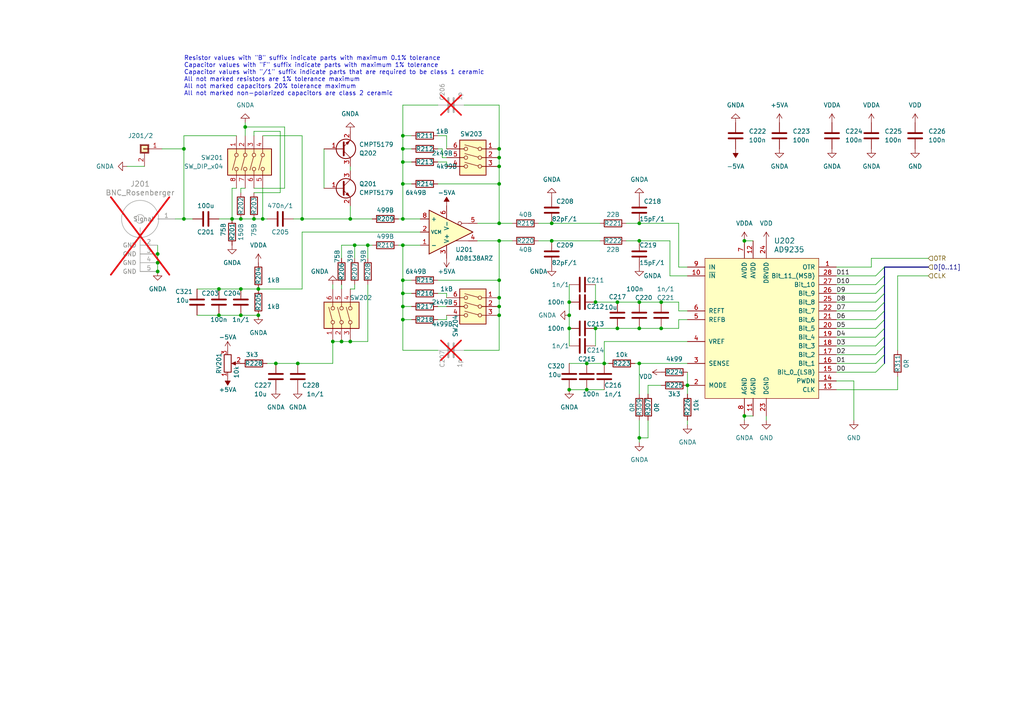
<source format=kicad_sch>
(kicad_sch (version 20231120) (generator "eeschema") (generator_version "8.0")
  (paper "A4")
  (title_block (title "MISRC-PCM") (date "2025-03-03") (rev "2.5") (comment 1 "Analog input + ADC"))
  (lib_symbols
    (symbol "ADC:AD9235" (pin_names (offset 1.016))
      (property "Reference" "U" (at -15.24 -21.59 0))
      (property "Value" "AD9235" (at -12.7 21.59 0))
      (symbol "AD9235_1_1"
        (pin input line (at 21.59 17.78 180) (length 5.08) (name "OTR") (number "1"))
        (pin input line (at -21.59 15.24 0) (length 5.08) (name "~{IN}") (number "10"))
        (pin power_in line (at -2.54 -25.4 90) (length 5.08) (name "AGND") (number "11"))
        (pin power_in line (at -2.54 25.4 270) (length 5.08) (name "AVDD") (number "12"))
        (pin input line (at 21.59 -17.78 180) (length 5.08) (name "CLK") (number "13"))
        (pin input line (at 21.59 -15.24 180) (length 5.08) (name "PWDN") (number "14"))
        (pin output line (at 21.59 -12.7 180) (length 5.08) (name "Bit_0_(LSB)") (number "15"))
        (pin output line (at 21.59 -10.16 180) (length 5.08) (name "Bit_1") (number "16"))
        (pin output line (at 21.59 -7.62 180) (length 5.08) (name "Bit_2") (number "17"))
        (pin output line (at 21.59 -5.08 180) (length 5.08) (name "Bit_3") (number "18"))
        (pin output line (at 21.59 -2.54 180) (length 5.08) (name "Bit_4") (number "19"))
        (pin input line (at -21.59 -16.51 0) (length 5.08) (name "MODE") (number "2"))
        (pin output line (at 21.59 0 180) (length 5.08) (name "Bit_5") (number "20"))
        (pin output line (at 21.59 2.54 180) (length 5.08) (name "Bit_6") (number "21"))
        (pin output line (at 21.59 5.08 180) (length 5.08) (name "Bit_7") (number "22"))
        (pin power_in line (at 1.27 -25.4 90) (length 5.08) (name "DGND") (number "23"))
        (pin power_in line (at 1.27 25.4 270) (length 5.08) (name "DRVDD") (number "24"))
        (pin output line (at 21.59 7.62 180) (length 5.08) (name "Bit_8") (number "25"))
        (pin output line (at 21.59 10.16 180) (length 5.08) (name "Bit_9") (number "26"))
        (pin output line (at 21.59 12.7 180) (length 5.08) (name "Bit_10") (number "27"))
        (pin output line (at 21.59 15.24 180) (length 5.08) (name "Bit_11_(MSB)") (number "28"))
        (pin input line (at -21.59 -10.16 0) (length 5.08) (name "SENSE") (number "3"))
        (pin input line (at -21.59 -3.81 0) (length 5.08) (name "VREF") (number "4"))
        (pin power_out line (at -21.59 2.54 0) (length 5.08) (name "REFB") (number "5"))
        (pin power_out line (at -21.59 5.08 0) (length 5.08) (name "REFT") (number "6"))
        (pin power_in line (at -5.08 25.4 270) (length 5.08) (name "AVDD") (number "7"))
        (pin power_in line (at -5.08 -25.4 90) (length 5.08) (name "AGND") (number "8"))
        (pin input line (at -21.59 17.78 0) (length 5.08) (name "IN") (number "9"))
      )
    )
    (symbol "Amplifier_Differential_AKL:AD8138ARZ"
      (property "Reference" "U" (at 8.89 11.43 0))
      (property "Value" "AD8138ARZ" (at 8.89 8.89 0))
      (symbol "AD8138ARZ_1_1"
        (pin input line (at -7.62 3.81 0) (length 2.54) (name "-") (number "1"))
        (pin input line (at -7.62 0 0) (length 2.54) (name "VCM") (number "2"))
        (pin power_in line (at 0 7.62 270) (length 3.84) (name "V+") (number "3"))
        (pin output line (at 8.89 2.54 180) (length 2.54) (name "~") (number "4"))
        (pin output line (at 8.89 -2.54 180) (length 2.54) (name "~") (number "5"))
        (pin power_in line (at 0 -7.62 90) (length 3.84) (name "V-") (number "6"))
        (pin no_connect line (at 0 0 0) (length 2.54) hide (name "NC") (number "7"))
        (pin input line (at -7.62 -3.81 0) (length 2.54) (name "+") (number "8"))
      )
    )
    (symbol "Connector_Generic_Shielded:Conn_01x01_Shielded" (pin_names (offset 1.016) hide)
      (property "Reference" "J1" (at -2.54 3.81 0))
      (symbol "Conn_01x01_Shielded_1_1"
        (pin passive line (at -5.08 0 0) (length 4.064) (name "Pin_1") (number "1"))
        (pin passive line (at 0 -5.08 90) (length 3.81) (name "Shield") (number "2"))
      )
    )
    (symbol "Device:C" (pin_numbers hide) (pin_names (offset 0.254))
      (property "Reference" "C" (at 0.635 2.54 0))
      (property "Value" "C" (at 0.635 -2.54 0))
      (symbol "C_1_1"
        (pin passive line (at 0 3.81 270) (length 2.794) (name "~") (number "1"))
        (pin passive line (at 0 -3.81 90) (length 2.794) (name "~") (number "2"))
      )
    )
    (symbol "Device:Q_NPN_BEC" (pin_names (offset 0) hide)
      (property "Reference" "Q" (at 5.08 1.27 0))
      (property "Value" "Q_NPN_BEC" (at 5.08 -1.27 0))
      (symbol "Q_NPN_BEC_1_1"
        (pin input line (at -5.08 0 0) (length 5.715) (name "B") (number "1"))
        (pin passive line (at 2.54 -5.08 90) (length 2.54) (name "E") (number "2"))
        (pin passive line (at 2.54 5.08 270) (length 2.54) (name "C") (number "3"))
      )
    )
    (symbol "Device:R" (pin_numbers hide) (pin_names (offset 0))
      (property "Reference" "R" (at 2.032 0 90))
      (property "Value" "R" (at 0 0 90))
      (symbol "R_1_1"
        (pin passive line (at 0 3.81 270) (length 1.27) (name "~") (number "1"))
        (pin passive line (at 0 -3.81 90) (length 1.27) (name "~") (number "2"))
      )
    )
    (symbol "Device:R_Potentiometer" (pin_names (offset 1.016) hide)
      (property "Reference" "RV" (at -4.445 0 90))
      (property "Value" "R_Potentiometer" (at -2.54 0 90))
      (symbol "R_Potentiometer_1_1"
        (pin passive line (at 0 3.81 270) (length 1.27) (name "1") (number "1"))
        (pin passive line (at 3.81 0 180) (length 1.27) (name "2") (number "2"))
        (pin passive line (at 0 -3.81 90) (length 1.27) (name "3") (number "3"))
      )
    )
    (symbol "Switch:SW_DIP_x03" (pin_names (offset 0) hide)
      (property "Reference" "SW" (at 0 8.89 0))
      (property "Value" "SW_DIP_x03" (at 0 -3.81 0))
      (symbol "SW_DIP_x03_1_1"
        (pin passive line (at -7.62 5.08 0) (length 5.08) (name "~") (number "1"))
        (pin passive line (at -7.62 2.54 0) (length 5.08) (name "~") (number "2"))
        (pin passive line (at -7.62 0 0) (length 5.08) (name "~") (number "3"))
        (pin passive line (at 7.62 0 180) (length 5.08) (name "~") (number "4"))
        (pin passive line (at 7.62 2.54 180) (length 5.08) (name "~") (number "5"))
        (pin passive line (at 7.62 5.08 180) (length 5.08) (name "~") (number "6"))
      )
    )
    (symbol "Switch:SW_DIP_x04" (pin_names (offset 0) hide)
      (property "Reference" "SW" (at 0 8.89 0))
      (property "Value" "SW_DIP_x04" (at 0 -6.35 0))
      (symbol "SW_DIP_x04_1_1"
        (pin passive line (at -7.62 5.08 0) (length 5.08) (name "~") (number "1"))
        (pin passive line (at -7.62 2.54 0) (length 5.08) (name "~") (number "2"))
        (pin passive line (at -7.62 0 0) (length 5.08) (name "~") (number "3"))
        (pin passive line (at -7.62 -2.54 0) (length 5.08) (name "~") (number "4"))
        (pin passive line (at 7.62 -2.54 180) (length 5.08) (name "~") (number "5"))
        (pin passive line (at 7.62 0 180) (length 5.08) (name "~") (number "6"))
        (pin passive line (at 7.62 2.54 180) (length 5.08) (name "~") (number "7"))
        (pin passive line (at 7.62 5.08 180) (length 5.08) (name "~") (number "8"))
      )
    )
    (symbol "bnc_rosenberger:BNC_Rosenberger" (pin_names (offset 1.016))
      (property "Reference" "J" (at -3.81 6.35 0))
      (property "Value" "BNC_Rosenberger" (at -7.62 -5.08 90))
      (symbol "BNC_Rosenberger_1_1"
        (pin bidirectional line (at 10.16 0 180) (length 5.08) (name "Signal") (number "1"))
        (pin power_in line (at 5.08 -7.62 180) (length 5.08) (name "GND") (number "2"))
        (pin power_in line (at 5.08 -10.16 180) (length 5.08) (name "GND") (number "3"))
        (pin power_in line (at 5.08 -12.7 180) (length 5.08) (name "GND") (number "4"))
        (pin power_in line (at 5.08 -15.24 180) (length 5.08) (name "GND") (number "5"))
      )
    )
    (symbol "power:+5VA" (power) (pin_names (offset 0))
      (property "Value" "+5VA" (at 0 3.556 0))
      (symbol "+5VA_1_1"
        (pin power_in line (at 0 0 90) (length 0) hide (name "+5VA") (number "1"))
      )
    )
    (symbol "power:-5VA" (power) (pin_names (offset 0))
      (property "Value" "-5VA" (at 0 3.81 0))
      (symbol "-5VA_0_0"
        (pin power_in line (at 0 0 90) (length 0) hide (name "-5VA") (number "1"))
      )
    )
    (symbol "power:GND" (power) (pin_names (offset 0))
      (property "Value" "GND" (at 0 -3.81 0))
      (symbol "GND_1_1"
        (pin power_in line (at 0 0 270) (length 0) hide (name "GND") (number "1"))
      )
    )
    (symbol "power:GNDA" (power) (pin_names (offset 0))
      (property "Value" "GNDA" (at 0 -3.81 0))
      (symbol "GNDA_1_1"
        (pin power_in line (at 0 0 270) (length 0) hide (name "GNDA") (number "1"))
      )
    )
    (symbol "power:VDD" (power) (pin_names (offset 0))
      (property "Value" "VDD" (at 0 3.81 0))
      (symbol "VDD_1_1"
        (pin power_in line (at 0 0 90) (length 0) hide (name "VDD") (number "1"))
      )
    )
    (symbol "power:VDDA" (power) (pin_names (offset 0))
      (property "Value" "VDDA" (at 0 3.81 0))
      (symbol "VDDA_1_1"
        (pin power_in line (at 0 0 90) (length 0) hide (name "VDDA") (number "1"))
      )
    )
  )
  (junction (at 45.72 76.2))
  (junction (at 116.84 53.34))
  (junction (at 144.78 64.77))
  (junction (at 165.1 91.44))
  (junction (at 165.1 95.25))
  (junction (at 86.36 105.41))
  (junction (at 165.1 87.63))
  (junction (at 101.6 63.5))
  (junction (at 165.1 113.03))
  (junction (at 179.07 87.63))
  (junction (at 172.72 95.25))
  (junction (at 67.31 63.5))
  (junction (at 116.84 43.18))
  (junction (at 191.77 87.63))
  (junction (at 73.66 63.5))
  (junction (at 102.87 71.12))
  (junction (at 215.9 120.65))
  (junction (at 160.02 69.85))
  (junction (at 69.85 91.44))
  (junction (at 170.18 113.03))
  (junction (at 116.84 81.28))
  (junction (at 144.78 53.34))
  (junction (at 172.72 87.63))
  (junction (at 116.84 92.71))
  (junction (at 185.42 87.63))
  (junction (at 69.85 63.5))
  (junction (at 175.26 105.41))
  (junction (at 116.84 63.5))
  (junction (at 144.78 81.28))
  (junction (at 191.77 95.25))
  (junction (at 160.02 64.77))
  (junction (at 185.42 64.77))
  (junction (at 144.78 45.72))
  (junction (at 215.9 69.85))
  (junction (at 53.34 63.5))
  (junction (at 74.93 91.44))
  (junction (at 53.34 43.18))
  (junction (at 185.42 127))
  (junction (at 179.07 95.25))
  (junction (at 74.93 83.82))
  (junction (at 144.78 48.26))
  (junction (at 101.6 99.06))
  (junction (at 116.84 85.09))
  (junction (at 76.2 63.5))
  (junction (at 63.5 83.82))
  (junction (at 80.01 105.41))
  (junction (at 45.72 73.66))
  (junction (at 116.84 46.99))
  (junction (at 96.52 99.06))
  (junction (at 87.63 63.5))
  (junction (at 63.5 91.44))
  (junction (at 170.18 105.41))
  (junction (at 45.72 78.74))
  (junction (at 185.42 69.85))
  (junction (at 144.78 86.36))
  (junction (at 144.78 88.9))
  (junction (at 116.84 39.37))
  (junction (at 71.12 36.83))
  (junction (at 144.78 91.44))
  (junction (at 144.78 43.18))
  (junction (at 69.85 83.82))
  (junction (at 116.84 71.12))
  (junction (at 185.42 95.25))
  (junction (at 144.78 69.85))
  (junction (at 185.42 105.41))
  (junction (at 116.84 88.9))
  (junction (at 106.68 71.12))
  (junction (at 99.06 99.06))
  (junction (at 199.39 111.76))
  (bus_entry (at 256.54 85.09) (size -2.54 2.54))
  (bus_entry (at 256.54 102.87) (size -2.54 2.54))
  (bus_entry (at 256.54 80.01) (size -2.54 2.54))
  (bus_entry (at 256.54 90.17) (size -2.54 2.54))
  (bus_entry (at 256.54 105.41) (size -2.54 2.54))
  (bus_entry (at 256.54 97.79) (size -2.54 2.54))
  (bus_entry (at 256.54 87.63) (size -2.54 2.54))
  (bus_entry (at 256.54 77.47) (size -2.54 2.54))
  (bus_entry (at 256.54 100.33) (size -2.54 2.54))
  (bus_entry (at 256.54 95.25) (size -2.54 2.54))
  (bus_entry (at 256.54 92.71) (size -2.54 2.54))
  (bus_entry (at 256.54 82.55) (size -2.54 2.54))
  (wire (pts (xy 144.78 48.26) (xy 144.78 53.34)))
  (wire (pts (xy 160.02 64.77) (xy 173.99 64.77)))
  (wire (pts (xy 242.57 80.01) (xy 254 80.01)))
  (wire (pts (xy 101.6 63.5) (xy 107.95 63.5)))
  (wire (pts (xy 222.25 121.92) (xy 222.25 120.65)))
  (wire (pts (xy 63.5 63.5) (xy 67.31 63.5)))
  (wire (pts (xy 73.66 55.88) (xy 81.28 55.88)))
  (wire (pts (xy 80.01 105.41) (xy 86.36 105.41)))
  (wire (pts (xy 116.84 88.9) (xy 119.38 88.9)))
  (wire (pts (xy 128.27 45.72) (xy 129.54 45.72)))
  (wire (pts (xy 73.66 54.61) (xy 82.55 54.61)))
  (wire (pts (xy 87.63 39.37) (xy 87.63 63.5)))
  (wire (pts (xy 260.35 80.01) (xy 260.35 101.6)))
  (wire (pts (xy 76.2 54.61) (xy 76.2 63.5)))
  (wire (pts (xy 260.35 80.01) (xy 269.24 80.01)))
  (bus (pts (xy 256.54 80.01) (xy 256.54 82.55)))
  (wire (pts (xy 73.66 38.1) (xy 73.66 39.37)))
  (wire (pts (xy 76.2 63.5) (xy 77.47 63.5)))
  (wire (pts (xy 185.42 105.41) (xy 185.42 114.3)))
  (wire (pts (xy 187.96 111.76) (xy 187.96 114.3)))
  (wire (pts (xy 45.72 73.66) (xy 45.72 76.2)))
  (wire (pts (xy 116.84 53.34) (xy 116.84 63.5)))
  (wire (pts (xy 102.87 83.82) (xy 102.87 82.55)))
  (wire (pts (xy 116.84 43.18) (xy 119.38 43.18)))
  (wire (pts (xy 185.42 105.41) (xy 199.39 105.41)))
  (wire (pts (xy 144.78 45.72) (xy 144.78 48.26)))
  (bus (pts (xy 256.54 95.25) (xy 256.54 97.79)))
  (wire (pts (xy 116.84 101.6) (xy 127 101.6)))
  (wire (pts (xy 119.38 92.71) (xy 116.84 92.71)))
  (wire (pts (xy 127 92.71) (xy 129.54 92.71)))
  (wire (pts (xy 156.21 64.77) (xy 160.02 64.77)))
  (wire (pts (xy 185.42 95.25) (xy 191.77 95.25)))
  (wire (pts (xy 93.98 43.18) (xy 93.98 54.61)))
  (wire (pts (xy 242.57 82.55) (xy 254 82.55)))
  (bus (pts (xy 256.54 102.87) (xy 256.54 105.41)))
  (wire (pts (xy 252.73 77.47) (xy 252.73 74.93)))
  (wire (pts (xy 106.68 82.55) (xy 106.68 99.06)))
  (wire (pts (xy 199.39 111.76) (xy 199.39 114.3)))
  (wire (pts (xy 179.07 87.63) (xy 185.42 87.63)))
  (wire (pts (xy 165.1 87.63) (xy 165.1 91.44)))
  (wire (pts (xy 129.54 85.09) (xy 129.54 86.36)))
  (wire (pts (xy 260.35 109.22) (xy 260.35 113.03)))
  (wire (pts (xy 215.9 120.65) (xy 215.9 121.92)))
  (wire (pts (xy 172.72 82.55) (xy 172.72 87.63)))
  (wire (pts (xy 242.57 85.09) (xy 254 85.09)))
  (wire (pts (xy 144.78 43.18) (xy 144.78 45.72)))
  (wire (pts (xy 172.72 87.63) (xy 179.07 87.63)))
  (wire (pts (xy 45.72 71.12) (xy 45.72 73.66)))
  (bus (pts (xy 256.54 97.79) (xy 256.54 100.33)))
  (wire (pts (xy 181.61 64.77) (xy 185.42 64.77)))
  (wire (pts (xy 106.68 74.93) (xy 106.68 71.12)))
  (wire (pts (xy 53.34 43.18) (xy 53.34 63.5)))
  (wire (pts (xy 99.06 71.12) (xy 99.06 74.93)))
  (bus (pts (xy 256.54 100.33) (xy 256.54 102.87)))
  (wire (pts (xy 215.9 69.85) (xy 218.44 69.85)))
  (wire (pts (xy 73.66 63.5) (xy 76.2 63.5)))
  (wire (pts (xy 116.84 30.48) (xy 116.84 39.37)))
  (wire (pts (xy 101.6 83.82) (xy 102.87 83.82)))
  (wire (pts (xy 165.1 113.03) (xy 170.18 113.03)))
  (wire (pts (xy 185.42 69.85) (xy 194.31 69.85)))
  (wire (pts (xy 172.72 95.25) (xy 179.07 95.25)))
  (wire (pts (xy 144.78 69.85) (xy 144.78 81.28)))
  (wire (pts (xy 185.42 127) (xy 185.42 128.27)))
  (bus (pts (xy 256.54 77.47) (xy 269.24 77.47)))
  (wire (pts (xy 165.1 95.25) (xy 165.1 100.33)))
  (bus (pts (xy 256.54 87.63) (xy 256.54 90.17)))
  (wire (pts (xy 101.6 99.06) (xy 106.68 99.06)))
  (wire (pts (xy 81.28 55.88) (xy 81.28 38.1)))
  (wire (pts (xy 175.26 99.06) (xy 199.39 99.06)))
  (wire (pts (xy 71.12 36.83) (xy 71.12 39.37)))
  (wire (pts (xy 170.18 105.41) (xy 175.26 105.41)))
  (wire (pts (xy 116.84 92.71) (xy 116.84 101.6)))
  (wire (pts (xy 160.02 69.85) (xy 173.99 69.85)))
  (wire (pts (xy 76.2 39.37) (xy 87.63 39.37)))
  (wire (pts (xy 46.99 43.18) (xy 53.34 43.18)))
  (wire (pts (xy 247.65 110.49) (xy 247.65 121.92)))
  (wire (pts (xy 67.31 54.61) (xy 67.31 63.5)))
  (wire (pts (xy 199.39 107.95) (xy 199.39 111.76)))
  (wire (pts (xy 102.87 71.12) (xy 99.06 71.12)))
  (wire (pts (xy 50.8 63.5) (xy 53.34 63.5)))
  (wire (pts (xy 134.62 30.48) (xy 144.78 30.48)))
  (wire (pts (xy 57.15 91.44) (xy 63.5 91.44)))
  (wire (pts (xy 144.78 88.9) (xy 144.78 91.44)))
  (wire (pts (xy 101.6 59.69) (xy 101.6 63.5)))
  (wire (pts (xy 242.57 102.87) (xy 254 102.87)))
  (wire (pts (xy 96.52 99.06) (xy 99.06 99.06)))
  (wire (pts (xy 96.52 82.55) (xy 96.52 83.82)))
  (wire (pts (xy 242.57 92.71) (xy 254 92.71)))
  (wire (pts (xy 68.58 54.61) (xy 67.31 54.61)))
  (wire (pts (xy 119.38 39.37) (xy 116.84 39.37)))
  (wire (pts (xy 196.85 95.25) (xy 196.85 92.71)))
  (wire (pts (xy 77.47 105.41) (xy 80.01 105.41)))
  (wire (pts (xy 196.85 90.17) (xy 196.85 87.63)))
  (wire (pts (xy 67.31 63.5) (xy 69.85 63.5)))
  (wire (pts (xy 57.15 83.82) (xy 63.5 83.82)))
  (wire (pts (xy 119.38 85.09) (xy 116.84 85.09)))
  (wire (pts (xy 116.84 63.5) (xy 121.92 63.5)))
  (wire (pts (xy 116.84 71.12) (xy 121.92 71.12)))
  (wire (pts (xy 127 30.48) (xy 116.84 30.48)))
  (wire (pts (xy 74.93 83.82) (xy 87.63 83.82)))
  (wire (pts (xy 242.57 100.33) (xy 254 100.33)))
  (wire (pts (xy 127 39.37) (xy 129.54 39.37)))
  (wire (pts (xy 82.55 36.83) (xy 71.12 36.83)))
  (wire (pts (xy 187.96 121.92) (xy 187.96 127)))
  (wire (pts (xy 144.78 69.85) (xy 148.59 69.85)))
  (wire (pts (xy 129.54 91.44) (xy 129.54 92.71)))
  (wire (pts (xy 101.6 48.26) (xy 101.6 49.53)))
  (wire (pts (xy 69.85 54.61) (xy 69.85 55.88)))
  (wire (pts (xy 242.57 105.41) (xy 254 105.41)))
  (wire (pts (xy 99.06 82.55) (xy 99.06 83.82)))
  (wire (pts (xy 127 85.09) (xy 129.54 85.09)))
  (wire (pts (xy 215.9 120.65) (xy 218.44 120.65)))
  (bus (pts (xy 256.54 92.71) (xy 256.54 95.25)))
  (wire (pts (xy 116.84 85.09) (xy 116.84 81.28)))
  (wire (pts (xy 185.42 127) (xy 187.96 127)))
  (wire (pts (xy 71.12 54.61) (xy 69.85 54.61)))
  (wire (pts (xy 138.43 64.77) (xy 144.78 64.77)))
  (wire (pts (xy 194.31 69.85) (xy 194.31 80.01)))
  (wire (pts (xy 85.09 63.5) (xy 87.63 63.5)))
  (wire (pts (xy 199.39 90.17) (xy 196.85 90.17)))
  (wire (pts (xy 116.84 88.9) (xy 116.84 92.71)))
  (wire (pts (xy 185.42 121.92) (xy 185.42 127)))
  (wire (pts (xy 68.58 39.37) (xy 53.34 39.37)))
  (wire (pts (xy 127 88.9) (xy 129.54 88.9)))
  (wire (pts (xy 87.63 67.31) (xy 87.63 83.82)))
  (wire (pts (xy 242.57 77.47) (xy 252.73 77.47)))
  (wire (pts (xy 81.28 38.1) (xy 73.66 38.1)))
  (wire (pts (xy 194.31 80.01) (xy 199.39 80.01)))
  (wire (pts (xy 196.85 92.71) (xy 199.39 92.71)))
  (wire (pts (xy 82.55 54.61) (xy 82.55 36.83)))
  (wire (pts (xy 144.78 81.28) (xy 144.78 86.36)))
  (wire (pts (xy 71.12 35.56) (xy 71.12 36.83)))
  (wire (pts (xy 127 53.34) (xy 144.78 53.34)))
  (wire (pts (xy 175.26 105.41) (xy 176.53 105.41)))
  (wire (pts (xy 181.61 69.85) (xy 185.42 69.85)))
  (wire (pts (xy 45.72 76.2) (xy 45.72 78.74)))
  (wire (pts (xy 63.5 83.82) (xy 69.85 83.82)))
  (wire (pts (xy 172.72 95.25) (xy 172.72 100.33)))
  (wire (pts (xy 144.78 30.48) (xy 144.78 43.18)))
  (wire (pts (xy 127 46.99) (xy 129.54 46.99)))
  (wire (pts (xy 242.57 113.03) (xy 260.35 113.03)))
  (wire (pts (xy 199.39 77.47) (xy 196.85 77.47)))
  (bus (pts (xy 256.54 77.47) (xy 256.54 80.01)))
  (wire (pts (xy 185.42 87.63) (xy 191.77 87.63)))
  (wire (pts (xy 116.84 46.99) (xy 116.84 53.34)))
  (wire (pts (xy 191.77 95.25) (xy 196.85 95.25)))
  (wire (pts (xy 185.42 64.77) (xy 196.85 64.77)))
  (wire (pts (xy 196.85 77.47) (xy 196.85 64.77)))
  (wire (pts (xy 69.85 83.82) (xy 74.93 83.82)))
  (wire (pts (xy 134.62 101.6) (xy 144.78 101.6)))
  (wire (pts (xy 116.84 88.9) (xy 116.84 85.09)))
  (wire (pts (xy 115.57 63.5) (xy 116.84 63.5)))
  (wire (pts (xy 116.84 81.28) (xy 119.38 81.28)))
  (wire (pts (xy 144.78 86.36) (xy 144.78 88.9)))
  (wire (pts (xy 156.21 69.85) (xy 160.02 69.85)))
  (wire (pts (xy 242.57 95.25) (xy 254 95.25)))
  (wire (pts (xy 63.5 91.44) (xy 69.85 91.44)))
  (wire (pts (xy 242.57 90.17) (xy 254 90.17)))
  (wire (pts (xy 144.78 53.34) (xy 144.78 64.77)))
  (wire (pts (xy 115.57 71.12) (xy 116.84 71.12)))
  (wire (pts (xy 165.1 91.44) (xy 165.1 95.25)))
  (wire (pts (xy 185.42 105.41) (xy 184.15 105.41)))
  (wire (pts (xy 127 43.18) (xy 128.27 43.18)))
  (wire (pts (xy 116.84 81.28) (xy 116.84 71.12)))
  (wire (pts (xy 53.34 39.37) (xy 53.34 43.18)))
  (wire (pts (xy 128.27 43.18) (xy 128.27 45.72)))
  (wire (pts (xy 87.63 67.31) (xy 121.92 67.31)))
  (wire (pts (xy 242.57 110.49) (xy 247.65 110.49)))
  (wire (pts (xy 242.57 87.63) (xy 254 87.63)))
  (wire (pts (xy 87.63 63.5) (xy 101.6 63.5)))
  (wire (pts (xy 102.87 74.93) (xy 102.87 71.12)))
  (wire (pts (xy 86.36 105.41) (xy 96.52 105.41)))
  (wire (pts (xy 106.68 71.12) (xy 102.87 71.12)))
  (wire (pts (xy 127 81.28) (xy 144.78 81.28)))
  (wire (pts (xy 69.85 63.5) (xy 73.66 63.5)))
  (wire (pts (xy 165.1 105.41) (xy 170.18 105.41)))
  (wire (pts (xy 242.57 97.79) (xy 254 97.79)))
  (wire (pts (xy 116.84 43.18) (xy 116.84 46.99)))
  (bus (pts (xy 256.54 90.17) (xy 256.54 92.71)))
  (wire (pts (xy 36.83 48.26) (xy 41.91 48.26)))
  (wire (pts (xy 187.96 111.76) (xy 191.77 111.76)))
  (wire (pts (xy 55.88 63.5) (xy 53.34 63.5)))
  (wire (pts (xy 116.84 53.34) (xy 119.38 53.34)))
  (wire (pts (xy 170.18 113.03) (xy 175.26 113.03)))
  (wire (pts (xy 116.84 39.37) (xy 116.84 43.18)))
  (wire (pts (xy 69.85 91.44) (xy 74.93 91.44)))
  (wire (pts (xy 199.39 121.92) (xy 199.39 123.19)))
  (wire (pts (xy 179.07 95.25) (xy 185.42 95.25)))
  (wire (pts (xy 191.77 87.63) (xy 196.85 87.63)))
  (wire (pts (xy 129.54 39.37) (xy 129.54 43.18)))
  (wire (pts (xy 129.54 46.99) (xy 129.54 48.26)))
  (bus (pts (xy 256.54 85.09) (xy 256.54 87.63)))
  (wire (pts (xy 242.57 107.95) (xy 254 107.95)))
  (wire (pts (xy 106.68 71.12) (xy 107.95 71.12)))
  (wire (pts (xy 138.43 69.85) (xy 144.78 69.85)))
  (wire (pts (xy 96.52 99.06) (xy 96.52 105.41)))
  (wire (pts (xy 252.73 74.93) (xy 269.24 74.93)))
  (wire (pts (xy 116.84 46.99) (xy 119.38 46.99)))
  (bus (pts (xy 256.54 82.55) (xy 256.54 85.09)))
  (wire (pts (xy 99.06 99.06) (xy 101.6 99.06)))
  (wire (pts (xy 175.26 105.41) (xy 175.26 99.06)))
  (wire (pts (xy 165.1 82.55) (xy 165.1 87.63)))
  (wire (pts (xy 144.78 64.77) (xy 148.59 64.77)))
  (wire (pts (xy 144.78 91.44) (xy 144.78 101.6)))
  (text "Resistor values with \"B\" suffix indicate parts with maximum 0.1% tolerance\nCapacitor values with \"F\" suffix indicate parts with maximum 1% tolerance\nCapacitor values with \"/1\" suffix indicate parts that are required to be class 1 ceramic\nAll not marked resistors are 1% tolerance maximum\nAll not marked capacitors 20% tolerance maximum\nAll not marked non-polarized capacitors are class 2 ceramic" (at 53.34 27.94 0) (effects (font (size 1.27 1.27)) (justify left bottom)))
  (label "D5" (at 242.57 95.25 0))
  (label "D4" (at 242.57 97.79 0))
  (label "D6" (at 242.57 92.71 0))
  (label "D10" (at 242.57 82.55 0))
  (label "D8" (at 242.57 87.63 0))
  (label "D3" (at 242.57 100.33 0))
  (label "D11" (at 242.57 80.01 0))
  (label "D7" (at 242.57 90.17 0))
  (label "D1" (at 242.57 105.41 0))
  (label "D9" (at 242.57 85.09 0))
  (label "D2" (at 242.57 102.87 0))
  (label "D0" (at 242.57 107.95 0))
  (hierarchical_label "CLK" (shape input) (at 269.24 80.01 0))
  (hierarchical_label "D[0..11]" (shape input) (at 269.24 77.47 0))
  (hierarchical_label "OTR" (shape input) (at 269.24 74.93 0))
  (symbol (lib_id "power:GNDA") (at 213.36 35.56 180) (unit 1)
    (property "Reference" "#PWR0219" (effects (hide yes)))
    (property "Value" "GNDA" (at 213.36 30.48 0))
  )
  (symbol (lib_id "power:GNDA") (at 160.02 57.15 180) (unit 1)
    (property "Reference" "#PWR0210" (effects (hide yes)))
    (property "Value" "GNDA" (at 160.02 52.07 0))
  )
  (symbol (lib_id "Device:R") (at 74.93 87.63 180) (unit 1)
    (property "Reference" "R205" (at 74.93 90.17 90) (effects (justify right)))
    (property "Value" "1kB" (at 77.47 88.9 0) (effects (justify right)))
    (property "Footprint" "Resistor_SMD:R_0603_1608Metric" (effects (hide yes)))
    (property "Manufacturer_Part_Number" "RC0603FR-071KL " (effects (hide yes)))
  )
  (symbol (lib_id "Device:C") (at 213.36 39.37 0) (unit 1)
    (property "Reference" "C222" (at 217.17 38.1 0) (effects (justify left)))
    (property "Value" "100n" (at 217.17 40.64 0) (effects (justify left)))
    (property "Footprint" "Capacitor_SMD:C_0603_1608Metric" (effects (hide yes)))
    (property "Manufacturer_Part_Number" "GRM188R72A104KA35D " (effects (hide yes)))
  )
  (symbol (lib_id "Device:R") (at 106.68 78.74 0) (mirror y) (unit 1)
    (property "Reference" "R208" (at 106.68 76.2 90) (effects (justify right)))
    (property "Value" "39B" (at 105.41 72.39 90) (effects (justify right)))
    (property "Footprint" "Resistor_SMD:R_0603_1608Metric" (effects (hide yes)))
    (property "Manufacturer_Part_Number" "RC0603FR-0739RL" (effects (hide yes)))
  )
  (symbol (lib_id "Device:C") (at 179.07 91.44 0) (unit 1)
    (property "Reference" "C217" (at 176.53 86.106 0) (effects (justify left)))
    (property "Value" "10u" (at 175.26 89.154 0) (effects (justify left)))
    (property "Footprint" "Capacitor_SMD:C_0603_1608Metric" (effects (hide yes)))
    (property "Manufacturer_Part_Number" "GRM188C81C106MA73D" (effects (hide yes)))
  )
  (symbol (lib_id "power:GNDA") (at 252.73 43.18 0) (unit 1)
    (property "Reference" "#PWR0231" (effects (hide yes)))
    (property "Value" "GNDA" (at 252.73 48.26 0))
  )
  (symbol (lib_id "power:GNDA") (at 74.93 91.44 0) (unit 1)
    (property "Reference" "#PWR0205" (effects (hide yes)))
    (property "Value" "GNDA" (at 74.93 96.52 0))
  )
  (symbol (lib_id "Device:C") (at 226.06 39.37 0) (unit 1)
    (property "Reference" "C223" (at 229.87 38.1 0) (effects (justify left)))
    (property "Value" "100n" (at 229.87 40.64 0) (effects (justify left)))
    (property "Footprint" "Capacitor_SMD:C_0603_1608Metric" (effects (hide yes)))
    (property "Manufacturer_Part_Number" "GRM188R72A104KA35D " (effects (hide yes)))
  )
  (symbol (lib_id "power:+5VA") (at 226.06 35.56 0) (unit 1)
    (property "Reference" "#PWR0225" (effects (hide yes)))
    (property "Value" "+5VA" (at 226.06 30.48 0))
  )
  (symbol (lib_id "power:+5VA") (at 66.04 101.6 0) (unit 1)
    (property "Reference" "#PWR0243" (effects (hide yes)))
    (property "Value" "-5VA" (at 66.04 97.79 0))
  )
  (symbol (lib_id "power:GNDA") (at 165.1 113.03 0) (unit 1)
    (property "Reference" "#PWR0213" (effects (hide yes)))
    (property "Value" "GNDA" (at 165.1 118.11 0))
  )
  (symbol (lib_id "Switch:SW_DIP_x03") (at 137.16 48.26 0) (mirror y) (unit 1)
    (property "Reference" "SW203" (at 139.954 38.862 0) (effects (justify left)))
    (property "Value" "SW_DIP_x03" (effects (hide yes)))
    (property "Footprint" "Button_Switch_SMD:SW_DIP_SPSTx03_Slide_6.7x9.18mm_W8.61mm_P2.54mm_LowProfile" (effects (hide yes)))
    (property "Manufacturer_Part_Number" "A6S-3104-H" (effects (hide yes)))
  )
  (symbol (lib_id "Device:R") (at 187.96 118.11 0) (unit 1)
    (property "Reference" "R307" (at 187.96 115.57 90) (effects (justify right)))
    (property "Value" "0R" (at 190.5 116.84 90) (effects (justify right)))
    (property "Footprint" "Resistor_SMD:R_0603_1608Metric" (effects (hide yes)))
    (property "Manufacturer_Part_Number" "RC0603FR-070RL" (effects (hide yes)))
  )
  (symbol (lib_id "power:GNDA") (at 185.42 77.47 0) (unit 1)
    (property "Reference" "#PWR0215" (effects (hide yes)))
    (property "Value" "GNDA" (at 189.23 80.01 0))
  )
  (symbol (lib_id "power:GNDA") (at 86.36 113.03 0) (mirror y) (unit 1)
    (property "Reference" "#PWR0249" (effects (hide yes)))
    (property "Value" "GNDA" (at 86.36 118.11 0))
  )
  (symbol (lib_id "Device:R") (at 123.19 53.34 90) (unit 1)
    (property "Reference" "R214" (at 123.19 53.34 90))
    (property "Value" "6k49B" (at 120.65 55.88 90))
    (property "Footprint" "Resistor_SMD:R_0603_1608Metric" (effects (hide yes)))
    (property "Manufacturer_Part_Number" "RC0603FR-136K49L" (effects (hide yes)))
  )
  (symbol (lib_id "Device:C") (at 168.91 100.33 90) (unit 1)
    (property "Reference" "C214" (at 172.72 101.6 90))
    (property "Value" "1n/1" (at 162.56 100.33 90))
    (property "Footprint" "Capacitor_SMD:C_0603_1608Metric" (effects (hide yes)))
    (property "Manufacturer_Part_Number" "GCM1885C1H102FA16D " (effects (hide yes)))
  )
  (symbol (lib_id "Device:C") (at 175.26 109.22 0) (unit 1)
    (property "Reference" "C216" (at 175.26 111.76 0) (effects (justify left)))
    (property "Value" "1n/1" (at 175.26 114.3 0) (effects (justify left)))
    (property "Footprint" "Capacitor_SMD:C_0603_1608Metric" (effects (hide yes)))
    (property "Manufacturer_Part_Number" "GCM1885C1H102FA16D " (effects (hide yes)))
  )
  (symbol (lib_id "Device:C") (at 63.5 87.63 0) (unit 1)
    (property "Reference" "C203" (at 58.42 85.09 0) (effects (justify left)))
    (property "Value" "100n" (at 60.96 92.71 0) (effects (justify left)))
    (property "Footprint" "Capacitor_SMD:C_0603_1608Metric" (effects (hide yes)))
    (property "Manufacturer_Part_Number" "GRM188R72A104KA35D " (effects (hide yes)))
  )
  (symbol (lib_id "Device:R") (at 195.58 107.95 90) (unit 1)
    (property "Reference" "R224" (at 195.58 107.95 90))
    (property "Value" "4k99" (at 195.58 104.14 90))
    (property "Footprint" "Resistor_SMD:R_0603_1608Metric" (effects (hide yes)))
    (property "Manufacturer_Part_Number" "RC0603FR-074K99L" (effects (hide yes)))
  )
  (symbol (lib_id "Connector_Generic_Shielded:Conn_01x01_Shielded") (at 41.91 43.18 0) (mirror y) (unit 1)
    (property "Reference" "J201/2" (at 44.45 39.37 0) (effects (justify left)))
    (property "Value" "Conn_01x01_Shielded" (effects (hide yes)))
    (property "Footprint" "Footprints:SMA_Amphenol_901-144_Horizontal" (effects (hide yes)))
    (property "Manufacturer_Part_Number" "CONSMA002-L-G" (effects (hide yes)))
  )
  (symbol (lib_id "Device:C") (at 130.81 30.48 90) (unit 1) (dnp yes)
    (property "Reference" "C206" (at 128.27 29.21 0) (effects (justify left)))
    (property "Value" "1p" (at 133.35 29.21 0) (effects (justify left)))
    (property "Footprint" "Capacitor_SMD:C_0603_1608Metric" (effects (hide yes)))
  )
  (symbol (lib_id "Device:C") (at 130.81 101.6 90) (unit 1) (dnp yes)
    (property "Reference" "C207" (at 128.27 106.68 0) (effects (justify left)))
    (property "Value" "1p" (at 133.35 106.68 0) (effects (justify left)))
    (property "Footprint" "Capacitor_SMD:C_0603_1608Metric" (effects (hide yes)))
  )
  (symbol (lib_id "Device:R") (at 73.66 105.41 270) (unit 1)
    (property "Reference" "R228" (at 76.2 105.41 90) (effects (justify right)))
    (property "Value" "3k3" (at 74.93 102.87 90) (effects (justify right)))
    (property "Footprint" "Resistor_SMD:R_0603_1608Metric" (effects (hide yes)))
    (property "Manufacturer_Part_Number" "RC0603FR-133K3L" (effects (hide yes)))
  )
  (symbol (lib_id "power:+5VA") (at 129.54 74.93 180) (unit 1)
    (property "Reference" "#PWR0209" (effects (hide yes)))
    (property "Value" "+5VA" (at 129.54 78.74 0))
  )
  (symbol (lib_id "power:GND") (at 265.43 43.18 0) (unit 1)
    (property "Reference" "#PWR0233" (effects (hide yes)))
    (property "Value" "GND" (at 265.43 48.26 0))
  )
  (symbol (lib_id "Device:R") (at 111.76 63.5 90) (unit 1)
    (property "Reference" "R209" (at 111.76 63.5 90))
    (property "Value" "499B" (at 111.76 60.96 90))
    (property "Footprint" "Resistor_SMD:R_0603_1608Metric" (effects (hide yes)))
    (property "Manufacturer_Part_Number" "RC0603FR-07499RL" (effects (hide yes)))
  )
  (symbol (lib_id "power:GNDA") (at 96.52 82.55 0) (mirror x) (unit 1)
    (property "Reference" "#PWR0207" (effects (hide yes)))
    (property "Value" "GNDA" (at 92.71 78.74 0))
  )
  (symbol (lib_id "Device:R_Potentiometer") (at 66.04 105.41 0) (mirror x) (unit 1)
    (property "Reference" "RV201" (at 63.5 105.41 90))
    (property "Value" "10k" (at 68.58 107.95 90))
    (property "Footprint" "Potentiometer_THT:Potentiometer_Bourns_3266W_Vertical" (effects (hide yes)))
    (property "Manufacturer_Part_Number" "3266W-1-103LF" (effects (hide yes)))
  )
  (symbol (lib_id "Device:R") (at 195.58 111.76 90) (unit 1)
    (property "Reference" "R225" (at 195.58 111.76 90))
    (property "Value" "3k3" (at 195.58 114.3 90))
    (property "Footprint" "Resistor_SMD:R_0603_1608Metric" (effects (hide yes)))
    (property "Manufacturer_Part_Number" "RC0603FR-133K3L" (effects (hide yes)))
  )
  (symbol (lib_id "power:GNDA") (at 241.3 43.18 0) (unit 1)
    (property "Reference" "#PWR0228" (effects (hide yes)))
    (property "Value" "GNDA" (at 241.3 48.26 0))
  )
  (symbol (lib_id "power:GNDA") (at 80.01 113.03 0) (mirror y) (unit 1)
    (property "Reference" "#PWR0247" (effects (hide yes)))
    (property "Value" "GNDA" (at 80.01 118.11 0))
  )
  (symbol (lib_id "power:VDD") (at 265.43 35.56 0) (unit 1)
    (property "Reference" "#PWR0232" (effects (hide yes)))
    (property "Value" "VDD" (at 265.43 30.48 0))
  )
  (symbol (lib_id "power:GNDA") (at 226.06 43.18 0) (unit 1)
    (property "Reference" "#PWR0226" (effects (hide yes)))
    (property "Value" "GNDA" (at 226.06 48.26 0))
  )
  (symbol (lib_id "Device:C") (at 252.73 39.37 0) (unit 1)
    (property "Reference" "C225" (at 256.54 38.1 0) (effects (justify left)))
    (property "Value" "100n" (at 256.54 40.64 0) (effects (justify left)))
    (property "Footprint" "Capacitor_SMD:C_0603_1608Metric" (effects (hide yes)))
    (property "Manufacturer_Part_Number" "GRM188R72A104KA35D " (effects (hide yes)))
  )
  (symbol (lib_id "power:-5VA") (at 213.36 43.18 180) (unit 1)
    (property "Reference" "#PWR0220" (effects (hide yes)))
    (property "Value" "-5VA" (at 213.36 48.26 0))
  )
  (symbol (lib_id "Switch:SW_DIP_x04") (at 73.66 46.99 90) (mirror x) (unit 1)
    (property "Reference" "SW201" (at 64.77 45.72 90) (effects (justify left)))
    (property "Value" "SW_DIP_x04" (at 64.77 48.26 90) (effects (justify left)))
    (property "Footprint" "Button_Switch_SMD:SW_DIP_SPSTx04_Slide_6.7x11.72mm_W8.61mm_P2.54mm_LowProfile" (effects (hide yes)))
    (property "Manufacturer_Part_Number" "IKD0403101" (effects (hide yes)))
  )
  (symbol (lib_id "Device:R") (at 123.19 43.18 90) (unit 1)
    (property "Reference" "R212" (at 123.19 43.18 90))
    (property "Value" "2k49B" (at 128.27 44.45 90))
    (property "Footprint" "Resistor_SMD:R_0603_1608Metric" (effects (hide yes)))
    (property "Manufacturer_Part_Number" "RC0603FR-072K49L " (effects (hide yes)))
  )
  (symbol (lib_id "Device:C") (at 86.36 109.22 0) (unit 1)
    (property "Reference" "C228" (at 87.63 111.76 0) (effects (justify left)))
    (property "Value" "1n/1" (at 88.9 114.3 0) (effects (justify left)))
    (property "Footprint" "Capacitor_SMD:C_0603_1608Metric" (effects (hide yes)))
    (property "Manufacturer_Part_Number" "GCM1885C1H102FA16D " (effects (hide yes)))
  )
  (symbol (lib_id "power:VDDA") (at 241.3 35.56 0) (unit 1)
    (property "Reference" "#PWR0227" (effects (hide yes)))
    (property "Value" "VDDA" (at 241.3 30.48 0))
  )
  (symbol (lib_id "power:GNDA") (at 160.02 77.47 0) (unit 1)
    (property "Reference" "#PWR0211" (effects (hide yes)))
    (property "Value" "GNDA" (at 156.21 78.74 0))
  )
  (symbol (lib_id "power:GNDA") (at 101.6 38.1 0) (mirror x) (unit 1)
    (property "Reference" "#PWR0242" (effects (hide yes)))
    (property "Value" "GNDA" (at 104.14 33.02 0) (effects (justify right)))
  )
  (symbol (lib_id "bnc_rosenberger:BNC_Rosenberger") (at 40.64 63.5 0) (unit 1) (dnp yes)
    (property "Reference" "J201" (at 40.64 53.34 0) (effects (font (size 1.524 1.524))))
    (property "Value" "BNC_Rosenberger" (at 40.64 55.88 0) (effects (font (size 1.524 1.524))))
    (property "Footprint" "Footprints:BNC_Right_Angle-DOSIN-801-0050_5pin" (effects (hide yes)))
    (property "Manufacturer_Part_Number" "DOSIN-801-0050" (effects (hide yes)))
  )
  (symbol (lib_id "Device:C") (at 57.15 87.63 0) (unit 1)
    (property "Reference" "C321" (at 50.8 84.582 0) (effects (justify left)))
    (property "Value" "10u" (at 51.054 87.122 0) (effects (justify left)))
    (property "Footprint" "Capacitor_SMD:C_0603_1608Metric" (effects (hide yes)))
    (property "Manufacturer_Part_Number" "GRM188C81C106MA73D" (effects (hide yes)))
  )
  (symbol (lib_id "power:GNDA") (at 185.42 128.27 0) (unit 1)
    (property "Reference" "#PWR0216" (effects (hide yes)))
    (property "Value" "GNDA" (at 185.42 133.35 0))
  )
  (symbol (lib_id "Device:C") (at 191.77 91.44 0) (unit 1)
    (property "Reference" "C221" (at 190.5 86.36 0) (effects (justify left)))
    (property "Value" "1n/1" (at 190.5 83.82 0) (effects (justify left)))
    (property "Footprint" "Capacitor_SMD:C_0603_1608Metric" (effects (hide yes)))
    (property "Manufacturer_Part_Number" "GCM1885C1H102FA16D " (effects (hide yes)))
  )
  (symbol (lib_id "Amplifier_Differential_AKL:AD8138ARZ") (at 129.54 67.31 0) (mirror x) (unit 1)
    (property "Reference" "U201" (at 132.08 72.39 0) (effects (justify left)))
    (property "Value" "AD8138ARZ" (at 132.08 74.93 0) (effects (justify left)))
    (property "Footprint" "Package_SO:SO-8_3.9x4.9mm_P1.27mm" (effects (hide yes)))
    (property "Datasheet" "https://www.analog.com/media/en/technical-documentation/data-sheets/AD8138.pdf" (effects (hide yes)))
    (property "Manufacturer_Part_Number" "AD8138ARZ" (effects (hide yes)))
  )
  (symbol (lib_id "power:VDDA") (at 74.93 76.2 0) (unit 1)
    (property "Reference" "#PWR0204" (effects (hide yes)))
    (property "Value" "VDDA" (at 74.93 71.12 0))
  )
  (symbol (lib_id "Device:C") (at 81.28 63.5 90) (mirror x) (unit 1)
    (property "Reference" "C205" (at 81.28 67.31 90))
    (property "Value" "470n/1" (at 81.28 59.69 90))
    (property "Footprint" "Capacitor_SMD:C_0603_1608Metric" (effects (hide yes)))
    (property "Manufacturer_Part_Number" "GRM188R71E474KA12D " (effects (hide yes)))
  )
  (symbol (lib_id "Device:R") (at 177.8 69.85 90) (unit 1)
    (property "Reference" "R222" (at 177.8 69.85 90))
    (property "Value" "22B" (at 177.8 72.39 90))
    (property "Footprint" "Resistor_SMD:R_0603_1608Metric" (effects (hide yes)))
    (property "Manufacturer_Part_Number" "RC0603FR-0722RL" (effects (hide yes)))
  )
  (symbol (lib_id "Device:C") (at 185.42 91.44 0) (unit 1)
    (property "Reference" "C220" (at 184.15 86.36 0) (effects (justify left)))
    (property "Value" "100n" (at 181.61 83.82 0) (effects (justify left)))
    (property "Footprint" "Capacitor_SMD:C_0603_1608Metric" (effects (hide yes)))
    (property "Manufacturer_Part_Number" "GRM188R72A104KA35D " (effects (hide yes)))
  )
  (symbol (lib_id "Device:R") (at 180.34 105.41 90) (unit 1)
    (property "Reference" "R223" (at 180.34 105.41 90))
    (property "Value" "10k" (at 180.34 102.87 90))
    (property "Footprint" "Resistor_SMD:R_0603_1608Metric" (effects (hide yes)))
    (property "Manufacturer_Part_Number" "RC0603FR-0710KL" (effects (hide yes)))
  )
  (symbol (lib_id "Switch:SW_DIP_x03") (at 137.16 91.44 0) (mirror y) (unit 1)
    (property "Reference" "SW204" (at 132.08 97.79 90) (effects (justify left)))
    (property "Value" "SW_DIP_x03" (effects (hide yes)))
    (property "Footprint" "Button_Switch_SMD:SW_DIP_SPSTx03_Slide_6.7x9.18mm_W8.61mm_P2.54mm_LowProfile" (effects (hide yes)))
    (property "Manufacturer_Part_Number" "A6S-3104-H" (effects (hide yes)))
  )
  (symbol (lib_id "Device:R") (at 123.19 85.09 90) (unit 1)
    (property "Reference" "R216" (at 123.19 85.09 90))
    (property "Value" "1kB" (at 129.54 83.82 90))
    (property "Footprint" "Resistor_SMD:R_0603_1608Metric" (effects (hide yes)))
    (property "Manufacturer_Part_Number" "RC0603FR-071KL " (effects (hide yes)))
  )
  (symbol (lib_id "Device:C") (at 185.42 73.66 0) (unit 1)
    (property "Reference" "C219" (at 185.42 71.12 0) (effects (justify left)))
    (property "Value" "15pF/1" (at 185.42 76.2 0) (effects (justify left)))
    (property "Footprint" "Capacitor_SMD:C_0603_1608Metric" (effects (hide yes)))
    (property "Manufacturer_Part_Number" "GRM1885C1H150JA01J " (effects (hide yes)))
  )
  (symbol (lib_id "Device:R") (at 177.8 64.77 90) (unit 1)
    (property "Reference" "R221" (at 177.8 64.77 90))
    (property "Value" "22B" (at 177.8 62.23 90))
    (property "Footprint" "Resistor_SMD:R_0603_1608Metric" (effects (hide yes)))
    (property "Manufacturer_Part_Number" "RC0603FR-0722RL" (effects (hide yes)))
  )
  (symbol (lib_id "power:VDDA") (at 252.73 35.56 0) (unit 1)
    (property "Reference" "#PWR0230" (effects (hide yes)))
    (property "Value" "VDDA" (at 252.73 30.48 0))
  )
  (symbol (lib_id "power:VDD") (at 222.25 69.85 0) (unit 1)
    (property "Reference" "#PWR0223" (effects (hide yes)))
    (property "Value" "VDD" (at 222.25 64.77 0))
  )
  (symbol (lib_id "Device:C") (at 265.43 39.37 0) (unit 1)
    (property "Reference" "C226" (at 269.24 38.1 0) (effects (justify left)))
    (property "Value" "100n" (at 269.24 40.64 0) (effects (justify left)))
    (property "Footprint" "Capacitor_SMD:C_0603_1608Metric" (effects (hide yes)))
    (property "Manufacturer_Part_Number" "GRM188R72A104KA35D " (effects (hide yes)))
  )
  (symbol (lib_id "Device:R") (at 102.87 78.74 0) (mirror y) (unit 1)
    (property "Reference" "R207" (at 102.87 76.2 90) (effects (justify right)))
    (property "Value" "39B" (at 101.6 72.39 90) (effects (justify right)))
    (property "Footprint" "Resistor_SMD:R_0603_1608Metric" (effects (hide yes)))
    (property "Manufacturer_Part_Number" "RC0603FR-0739RL" (effects (hide yes)))
  )
  (symbol (lib_id "Device:C") (at 170.18 109.22 0) (unit 1)
    (property "Reference" "C215" (at 167.64 104.14 0) (effects (justify left)))
    (property "Value" "100n" (at 168.91 114.3 0) (effects (justify left)))
    (property "Footprint" "Capacitor_SMD:C_0603_1608Metric" (effects (hide yes)))
    (property "Manufacturer_Part_Number" "GRM188R72A104KA35D " (effects (hide yes)))
  )
  (symbol (lib_id "Device:R") (at 67.31 67.31 180) (unit 1)
    (property "Reference" "R201" (at 67.31 69.85 90) (effects (justify right)))
    (property "Value" "75B" (at 64.77 68.58 90) (effects (justify right)))
    (property "Footprint" "Resistor_SMD:R_0603_1608Metric" (effects (hide yes)))
    (property "Manufacturer_Part_Number" "RC0603FR-1075RL " (effects (hide yes)))
  )
  (symbol (lib_id "Device:C") (at 168.91 87.63 90) (unit 1)
    (property "Reference" "C212" (at 172.72 88.9 90))
    (property "Value" "100n" (at 161.29 87.63 90))
    (property "Footprint" "Capacitor_SMD:C_0603_1608Metric" (effects (hide yes)))
    (property "Manufacturer_Part_Number" "GRM188R72A104KA35D " (effects (hide yes)))
  )
  (symbol (lib_id "Device:C") (at 168.91 82.55 90) (unit 1)
    (property "Reference" "C211" (at 172.72 81.28 90))
    (property "Value" "1n/1" (at 162.56 82.55 90))
    (property "Footprint" "Capacitor_SMD:C_0603_1608Metric" (effects (hide yes)))
    (property "Manufacturer_Part_Number" "GCM1885C1H102FA16D " (effects (hide yes)))
  )
  (symbol (lib_id "Device:R") (at 111.76 71.12 90) (unit 1)
    (property "Reference" "R210" (at 111.76 71.12 90))
    (property "Value" "499B" (at 111.76 68.58 90))
    (property "Footprint" "Resistor_SMD:R_0603_1608Metric" (effects (hide yes)))
    (property "Manufacturer_Part_Number" "RC0603FR-07499RL" (effects (hide yes)))
  )
  (symbol (lib_id "power:GNDA") (at 165.1 91.44 270) (unit 1)
    (property "Reference" "#PWR0212" (effects (hide yes)))
    (property "Value" "GNDA" (at 161.29 91.44 90) (effects (justify right)))
  )
  (symbol (lib_id "Device:R") (at 69.85 59.69 0) (mirror y) (unit 1)
    (property "Reference" "R202" (at 69.85 57.15 90) (effects (justify right)))
    (property "Value" "150B" (at 69.85 64.77 90) (effects (justify right)))
    (property "Footprint" "Resistor_SMD:R_0603_1608Metric" (effects (hide yes)))
    (property "Manufacturer_Part_Number" "RC0603FR-07150RL" (effects (hide yes)))
  )
  (symbol (lib_id "power:GNDA") (at 199.39 123.19 0) (unit 1)
    (property "Reference" "#PWR0218" (effects (hide yes)))
    (property "Value" "GNDA" (at 199.39 128.27 0))
  )
  (symbol (lib_id "Device:Q_NPN_BEC") (at 99.06 43.18 0) (mirror x) (unit 1)
    (property "Reference" "Q202" (at 104.14 44.45 0) (effects (justify left)))
    (property "Value" "CMPT5179" (at 104.14 41.91 0) (effects (justify left)))
    (property "Footprint" "Footprints:SOT-23" (effects (hide yes)))
    (property "Manufacturer_Part_Number" "CMPT5179 TR PBFREE" (effects (hide yes)))
  )
  (symbol (lib_id "power:GNDA") (at 36.83 48.26 270) (unit 1)
    (property "Reference" "#PWR0254" (effects (hide yes)))
    (property "Value" "GNDA" (at 33.02 48.26 90) (effects (justify right)))
  )
  (symbol (lib_id "Device:C") (at 69.85 87.63 0) (unit 1)
    (property "Reference" "C204" (at 64.77 85.09 0) (effects (justify left)))
    (property "Value" "1n/1" (at 67.31 92.71 0) (effects (justify left)))
    (property "Footprint" "Capacitor_SMD:C_0603_1608Metric" (effects (hide yes)))
    (property "Manufacturer_Part_Number" "GCM1885C1H102FA16D " (effects (hide yes)))
  )
  (symbol (lib_id "ADC:AD9235") (at 220.98 95.25 0) (unit 1)
    (property "Reference" "U202" (at 224.4441 69.85 0) (effects (font (size 1.524 1.524)) (justify left)))
    (property "Value" "AD9235" (at 224.4441 72.39 0) (effects (font (size 1.524 1.524)) (justify left)))
    (property "Footprint" "Package_SO:TSSOP-28_4.4x9.7mm_P0.65mm" (effects (hide yes)))
    (property "Manufacturer_Part_Number" "AD9235BRUZ-40" (effects (hide yes)))
  )
  (symbol (lib_id "Device:C") (at 185.42 60.96 0) (unit 1)
    (property "Reference" "C218" (at 186.69 58.42 0) (effects (justify left)))
    (property "Value" "15pF/1" (at 185.42 63.5 0) (effects (justify left)))
    (property "Footprint" "Capacitor_SMD:C_0603_1608Metric" (effects (hide yes)))
    (property "Manufacturer_Part_Number" "GRM1885C1H150JA01J " (effects (hide yes)))
  )
  (symbol (lib_id "Device:R") (at 185.42 118.11 0) (unit 1)
    (property "Reference" "R309" (at 185.42 115.57 90) (effects (justify right)))
    (property "Value" "0R" (at 183.388 116.84 90) (effects (justify right)))
    (property "Footprint" "Resistor_SMD:R_0603_1608Metric" (effects (hide yes)))
    (property "Manufacturer_Part_Number" "RC0603FR-070RL" (effects (hide yes)))
  )
  (symbol (lib_id "power:-5VA") (at 66.04 109.22 180) (unit 1)
    (property "Reference" "#PWR0245" (effects (hide yes)))
    (property "Value" "+5VA" (at 66.04 113.03 0))
  )
  (symbol (lib_id "Device:C") (at 165.1 109.22 0) (unit 1)
    (property "Reference" "C320" (at 158.75 106.172 0) (effects (justify left)))
    (property "Value" "10u" (at 159.004 108.712 0) (effects (justify left)))
    (property "Footprint" "Capacitor_SMD:C_0603_1608Metric" (effects (hide yes)))
    (property "Manufacturer_Part_Number" "GRM188C81C106MA73D" (effects (hide yes)))
  )
  (symbol (lib_id "power:GNDA") (at 185.42 57.15 180) (unit 1)
    (property "Reference" "#PWR0214" (effects (hide yes)))
    (property "Value" "GNDA" (at 185.42 52.07 0))
  )
  (symbol (lib_id "power:GND") (at 247.65 121.92 0) (unit 1)
    (property "Reference" "#PWR0229" (effects (hide yes)))
    (property "Value" "GND" (at 247.65 127 0))
  )
  (symbol (lib_id "Switch:SW_DIP_x03") (at 101.6 91.44 90) (unit 1)
    (property "Reference" "SW202" (at 107.95 86.36 90) (effects (justify left)))
    (property "Value" "SW_DIP_x03" (effects (hide yes)))
    (property "Footprint" "Button_Switch_SMD:SW_DIP_SPSTx03_Slide_6.7x9.18mm_W8.61mm_P2.54mm_LowProfile" (effects (hide yes)))
    (property "Manufacturer_Part_Number" "A6S-3104-H" (effects (hide yes)))
  )
  (symbol (lib_id "Device:R") (at 123.19 88.9 90) (unit 1)
    (property "Reference" "R217" (at 123.19 88.9 90))
    (property "Value" "2k49B" (at 128.27 87.63 90))
    (property "Footprint" "Resistor_SMD:R_0603_1608Metric" (effects (hide yes)))
    (property "Manufacturer_Part_Number" "RC0603FR-072K49L " (effects (hide yes)))
  )
  (symbol (lib_id "Device:R") (at 199.39 118.11 180) (unit 1)
    (property "Reference" "R226" (at 199.39 120.65 90) (effects (justify right)))
    (property "Value" "10k" (at 201.93 119.38 90) (effects (justify right)))
    (property "Footprint" "Resistor_SMD:R_0603_1608Metric" (effects (hide yes)))
    (property "Manufacturer_Part_Number" "RC0603FR-0710KL" (effects (hide yes)))
  )
  (symbol (lib_id "power:-5VA") (at 129.54 59.69 0) (unit 1)
    (property "Reference" "#PWR0208" (effects (hide yes)))
    (property "Value" "-5VA" (at 129.54 55.88 0))
  )
  (symbol (lib_id "power:VDDA") (at 215.9 69.85 0) (unit 1)
    (property "Reference" "#PWR0221" (effects (hide yes)))
    (property "Value" "VDDA" (at 215.9 64.77 0))
  )
  (symbol (lib_id "Device:R") (at 123.19 81.28 90) (unit 1)
    (property "Reference" "R215" (at 123.19 81.28 90))
    (property "Value" "6k49B" (at 120.65 78.74 90))
    (property "Footprint" "Resistor_SMD:R_0603_1608Metric" (effects (hide yes)))
    (property "Manufacturer_Part_Number" "RC0603FR-136K49L" (effects (hide yes)))
  )
  (symbol (lib_id "Device:R") (at 152.4 64.77 90) (unit 1)
    (property "Reference" "R219" (at 152.4 64.77 90))
    (property "Value" "40B" (at 152.4 62.23 90))
    (property "Footprint" "Resistor_SMD:R_0603_1608Metric" (effects (hide yes)))
    (property "Manufacturer_Part_Number" "RC0603FR-0739R2L" (effects (hide yes)))
  )
  (symbol (lib_id "Device:C") (at 160.02 60.96 0) (unit 1)
    (property "Reference" "C208" (at 161.29 58.42 0) (effects (justify left)))
    (property "Value" "82pF/1" (at 160.02 63.5 0) (effects (justify left)))
    (property "Footprint" "Capacitor_SMD:C_0603_1608Metric" (effects (hide yes)))
    (property "Manufacturer_Part_Number" "GRM1885C1H820GA01D " (effects (hide yes)))
  )
  (symbol (lib_id "Device:C") (at 168.91 95.25 90) (unit 1)
    (property "Reference" "C213" (at 172.72 93.98 90))
    (property "Value" "100n" (at 161.29 95.25 90))
    (property "Footprint" "Capacitor_SMD:C_0603_1608Metric" (effects (hide yes)))
    (property "Manufacturer_Part_Number" "GRM188R72A104KA35D " (effects (hide yes)))
  )
  (symbol (lib_id "Device:R") (at 123.19 92.71 90) (unit 1)
    (property "Reference" "R218" (at 123.19 92.71 90))
    (property "Value" "4k99B" (at 128.27 93.98 90))
    (property "Footprint" "Resistor_SMD:R_0603_1608Metric" (effects (hide yes)))
    (property "Manufacturer_Part_Number" "RC0603FR-074K99L" (effects (hide yes)))
  )
  (symbol (lib_id "Device:R") (at 74.93 80.01 180) (unit 1)
    (property "Reference" "R204" (at 74.93 82.55 90) (effects (justify right)))
    (property "Value" "1kB" (at 77.47 81.28 0) (effects (justify right)))
    (property "Footprint" "Resistor_SMD:R_0603_1608Metric" (effects (hide yes)))
    (property "Manufacturer_Part_Number" "RC0603FR-071KL " (effects (hide yes)))
  )
  (symbol (lib_id "Device:R") (at 73.66 59.69 0) (mirror y) (unit 1)
    (property "Reference" "R203" (at 73.66 57.15 90) (effects (justify right)))
    (property "Value" "75B" (at 73.66 64.77 90) (effects (justify right)))
    (property "Footprint" "Resistor_SMD:R_0603_1608Metric" (effects (hide yes)))
    (property "Manufacturer_Part_Number" "RC0603FR-1075RL " (effects (hide yes)))
  )
  (symbol (lib_id "Device:C") (at 241.3 39.37 0) (unit 1)
    (property "Reference" "C224" (at 245.11 38.1 0) (effects (justify left)))
    (property "Value" "100n" (at 245.11 40.64 0) (effects (justify left)))
    (property "Footprint" "Capacitor_SMD:C_0603_1608Metric" (effects (hide yes)))
    (property "Manufacturer_Part_Number" "GRM188R72A104KA35D " (effects (hide yes)))
  )
  (symbol (lib_id "power:VDD") (at 191.77 107.95 90) (unit 1)
    (property "Reference" "#PWR0234" (effects (hide yes)))
    (property "Value" "VDD" (at 189.23 109.22 90) (effects (justify left)))
  )
  (symbol (lib_id "Device:R") (at 99.06 78.74 0) (mirror y) (unit 1)
    (property "Reference" "R206" (at 99.06 76.2 90) (effects (justify right)))
    (property "Value" "75B" (at 97.79 72.39 90) (effects (justify right)))
    (property "Footprint" "Resistor_SMD:R_0603_1608Metric" (effects (hide yes)))
    (property "Manufacturer_Part_Number" "RC0603FR-1075RL " (effects (hide yes)))
  )
  (symbol (lib_id "Device:C") (at 160.02 73.66 0) (unit 1)
    (property "Reference" "C209" (at 161.29 71.12 0) (effects (justify left)))
    (property "Value" "82pF/1" (at 160.02 76.2 0) (effects (justify left)))
    (property "Footprint" "Capacitor_SMD:C_0603_1608Metric" (effects (hide yes)))
    (property "Manufacturer_Part_Number" "GRM1885C1H820GA01D " (effects (hide yes)))
  )
  (symbol (lib_id "Device:C") (at 59.69 63.5 90) (mirror x) (unit 1)
    (property "Reference" "C201" (at 59.69 67.31 90))
    (property "Value" "100u" (at 59.69 59.69 90))
    (property "Footprint" "Capacitor_SMD:C_1210_3225Metric" (effects (hide yes)))
    (property "Manufacturer_Part_Number" "GRM32ER61A107ME20K" (effects (hide yes)))
  )
  (symbol (lib_id "Device:R") (at 152.4 69.85 90) (unit 1)
    (property "Reference" "R220" (at 152.4 69.85 90))
    (property "Value" "40B" (at 152.4 72.39 90))
    (property "Footprint" "Resistor_SMD:R_0603_1608Metric" (effects (hide yes)))
    (property "Manufacturer_Part_Number" "RC0603FR-0739R2L" (effects (hide yes)))
  )
  (symbol (lib_id "Device:R") (at 260.35 105.41 0) (unit 1)
    (property "Reference" "R311" (at 260.35 102.87 90) (effects (justify right)))
    (property "Value" "0R" (at 262.89 104.14 90) (effects (justify right)))
    (property "Footprint" "Resistor_SMD:R_0603_1608Metric" (effects (hide yes)))
    (property "Manufacturer_Part_Number" "RC0603FR-070RL" (effects (hide yes)))
  )
  (symbol (lib_id "Device:R") (at 123.19 39.37 90) (unit 1)
    (property "Reference" "R211" (at 123.19 39.37 90))
    (property "Value" "1kB" (at 128.27 38.1 90))
    (property "Footprint" "Resistor_SMD:R_0603_1608Metric" (effects (hide yes)))
    (property "Manufacturer_Part_Number" "RC0603FR-071KL " (effects (hide yes)))
  )
  (symbol (lib_id "power:GNDA") (at 45.72 78.74 0) (unit 1)
    (property "Reference" "#PWR0201" (effects (hide yes)))
    (property "Value" "GNDA" (at 45.72 83.82 0))
  )
  (symbol (lib_id "Device:R") (at 123.19 46.99 90) (unit 1)
    (property "Reference" "R213" (at 123.19 46.99 90))
    (property "Value" "4k99B" (at 129.54 48.26 90))
    (property "Footprint" "Resistor_SMD:R_0603_1608Metric" (effects (hide yes)))
    (property "Manufacturer_Part_Number" "RC0603FR-074K99L" (effects (hide yes)))
  )
  (symbol (lib_id "Device:Q_NPN_BEC") (at 99.06 54.61 0) (unit 1)
    (property "Reference" "Q201" (at 104.14 53.34 0) (effects (justify left)))
    (property "Value" "CMPT5179" (at 104.14 55.88 0) (effects (justify left)))
    (property "Footprint" "Footprints:SOT-23" (effects (hide yes)))
    (property "Manufacturer_Part_Number" "CMPT5179 TR PBFREE" (effects (hide yes)))
  )
  (symbol (lib_id "power:GNDA") (at 67.31 71.12 0) (unit 1)
    (property "Reference" "#PWR0202" (effects (hide yes)))
    (property "Value" "GNDA" (at 67.31 76.2 0))
  )
  (symbol (lib_id "power:GNDA") (at 215.9 121.92 0) (unit 1)
    (property "Reference" "#PWR0222" (effects (hide yes)))
    (property "Value" "GNDA" (at 215.9 127 0))
  )
  (symbol (lib_id "power:GNDA") (at 71.12 35.56 0) (mirror x) (unit 1)
    (property "Reference" "#PWR0203" (effects (hide yes)))
    (property "Value" "GNDA" (at 71.12 30.48 0))
  )
  (symbol (lib_id "power:GND") (at 222.25 121.92 0) (unit 1)
    (property "Reference" "#PWR0224" (effects (hide yes)))
    (property "Value" "GND" (at 222.25 127 0))
  )
  (symbol (lib_id "Device:C") (at 80.01 109.22 0) (unit 1)
    (property "Reference" "C227" (at 73.66 111.76 0) (effects (justify left)))
    (property "Value" "10u" (at 73.66 114.3 0) (effects (justify left)))
    (property "Footprint" "Capacitor_SMD:C_0603_1608Metric" (effects (hide yes)))
    (property "Manufacturer_Part_Number" "GRM188C81C106MA73D" (effects (hide yes)))
  )
)
</source>
